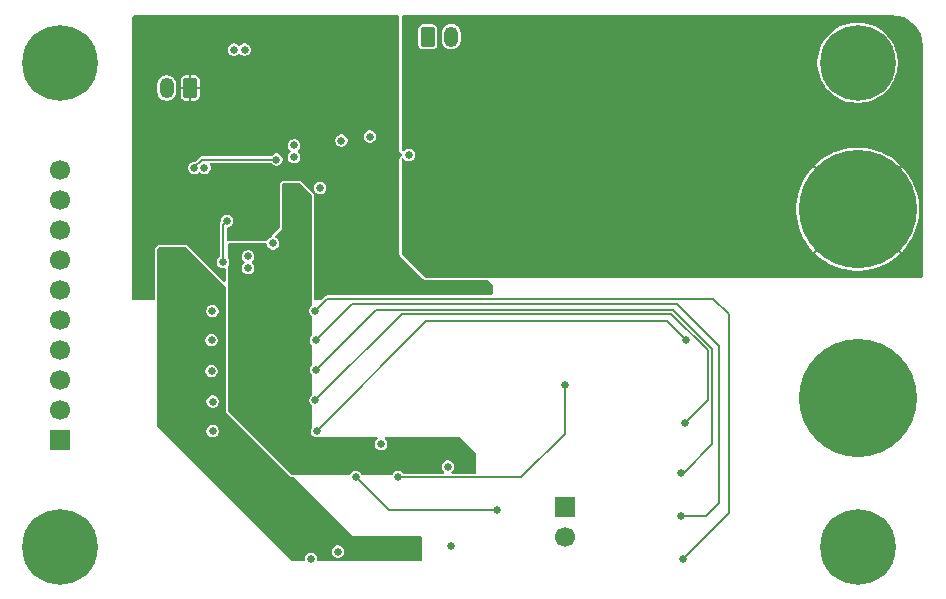
<source format=gbr>
%TF.GenerationSoftware,KiCad,Pcbnew,9.0.6*%
%TF.CreationDate,2026-02-07T23:32:21+00:00*%
%TF.ProjectId,vccs,76636373-2e6b-4696-9361-645f70636258,rev?*%
%TF.SameCoordinates,Original*%
%TF.FileFunction,Copper,L3,Inr*%
%TF.FilePolarity,Positive*%
%FSLAX46Y46*%
G04 Gerber Fmt 4.6, Leading zero omitted, Abs format (unit mm)*
G04 Created by KiCad (PCBNEW 9.0.6) date 2026-02-07 23:32:21*
%MOMM*%
%LPD*%
G01*
G04 APERTURE LIST*
G04 Aperture macros list*
%AMRoundRect*
0 Rectangle with rounded corners*
0 $1 Rounding radius*
0 $2 $3 $4 $5 $6 $7 $8 $9 X,Y pos of 4 corners*
0 Add a 4 corners polygon primitive as box body*
4,1,4,$2,$3,$4,$5,$6,$7,$8,$9,$2,$3,0*
0 Add four circle primitives for the rounded corners*
1,1,$1+$1,$2,$3*
1,1,$1+$1,$4,$5*
1,1,$1+$1,$6,$7*
1,1,$1+$1,$8,$9*
0 Add four rect primitives between the rounded corners*
20,1,$1+$1,$2,$3,$4,$5,0*
20,1,$1+$1,$4,$5,$6,$7,0*
20,1,$1+$1,$6,$7,$8,$9,0*
20,1,$1+$1,$8,$9,$2,$3,0*%
G04 Aperture macros list end*
%TA.AperFunction,ComponentPad*%
%ADD10C,0.800000*%
%TD*%
%TA.AperFunction,ComponentPad*%
%ADD11C,6.400000*%
%TD*%
%TA.AperFunction,ComponentPad*%
%ADD12C,10.000000*%
%TD*%
%TA.AperFunction,ComponentPad*%
%ADD13RoundRect,0.250000X-0.350000X-0.625000X0.350000X-0.625000X0.350000X0.625000X-0.350000X0.625000X0*%
%TD*%
%TA.AperFunction,ComponentPad*%
%ADD14O,1.200000X1.750000*%
%TD*%
%TA.AperFunction,ComponentPad*%
%ADD15RoundRect,0.250000X0.350000X0.625000X-0.350000X0.625000X-0.350000X-0.625000X0.350000X-0.625000X0*%
%TD*%
%TA.AperFunction,ComponentPad*%
%ADD16R,1.700000X1.700000*%
%TD*%
%TA.AperFunction,ComponentPad*%
%ADD17C,1.700000*%
%TD*%
%TA.AperFunction,ViaPad*%
%ADD18C,0.650000*%
%TD*%
%TA.AperFunction,Conductor*%
%ADD19C,0.200000*%
%TD*%
G04 APERTURE END LIST*
D10*
%TO.N,unconnected-(H2-Pad1)_8*%
%TO.C,H2*%
X147400000Y-58500000D03*
%TO.N,unconnected-(H2-Pad1)_7*%
X146697056Y-60197056D03*
%TO.N,unconnected-(H2-Pad1)_6*%
X146697056Y-56802944D03*
%TO.N,unconnected-(H2-Pad1)_5*%
X145000000Y-60900000D03*
D11*
%TO.N,unconnected-(H2-Pad1)_4*%
X145000000Y-58500000D03*
D10*
%TO.N,unconnected-(H2-Pad1)_3*%
X145000000Y-56100000D03*
%TO.N,unconnected-(H2-Pad1)_2*%
X143302944Y-60197056D03*
%TO.N,unconnected-(H2-Pad1)_1*%
X143302944Y-56802944D03*
%TO.N,unconnected-(H2-Pad1)*%
X142600000Y-58500000D03*
%TD*%
%TO.N,unconnected-(H1-Pad1)_8*%
%TO.C,H1*%
X79900000Y-58500000D03*
%TO.N,unconnected-(H1-Pad1)_7*%
X79197056Y-60197056D03*
%TO.N,unconnected-(H1-Pad1)_6*%
X79197056Y-56802944D03*
%TO.N,unconnected-(H1-Pad1)_5*%
X77500000Y-60900000D03*
D11*
%TO.N,unconnected-(H1-Pad1)_4*%
X77500000Y-58500000D03*
D10*
%TO.N,unconnected-(H1-Pad1)_3*%
X77500000Y-56100000D03*
%TO.N,unconnected-(H1-Pad1)_2*%
X75802944Y-60197056D03*
%TO.N,unconnected-(H1-Pad1)_1*%
X75802944Y-56802944D03*
%TO.N,unconnected-(H1-Pad1)*%
X75100000Y-58500000D03*
%TD*%
D12*
%TO.N,/sink/SINK_IN*%
%TO.C,J1*%
X145000000Y-70900000D03*
%TD*%
%TO.N,GND*%
%TO.C,J2*%
X145000000Y-86900000D03*
%TD*%
D10*
%TO.N,unconnected-(H3-Pad1)*%
%TO.C,H3*%
X75100000Y-99500000D03*
%TO.N,unconnected-(H3-Pad1)_1*%
X75802944Y-97802944D03*
%TO.N,unconnected-(H3-Pad1)_2*%
X75802944Y-101197056D03*
%TO.N,unconnected-(H3-Pad1)_3*%
X77500000Y-97100000D03*
D11*
%TO.N,unconnected-(H3-Pad1)_4*%
X77500000Y-99500000D03*
D10*
%TO.N,unconnected-(H3-Pad1)_5*%
X77500000Y-101900000D03*
%TO.N,unconnected-(H3-Pad1)_6*%
X79197056Y-97802944D03*
%TO.N,unconnected-(H3-Pad1)_7*%
X79197056Y-101197056D03*
%TO.N,unconnected-(H3-Pad1)_8*%
X79900000Y-99500000D03*
%TD*%
D13*
%TO.N,+5V*%
%TO.C,J3*%
X108599999Y-56300000D03*
D14*
%TO.N,Net-(D1-A)*%
X110600000Y-56300000D03*
%TD*%
D15*
%TO.N,+5V*%
%TO.C,J5*%
X88500000Y-60650000D03*
D14*
%TO.N,GND*%
X86499999Y-60650000D03*
%TD*%
D16*
%TO.N,/VCONTROL*%
%TO.C,J6*%
X77485000Y-90480000D03*
D17*
%TO.N,GND*%
X77485000Y-87940000D03*
%TO.N,/SINK_SELECT0*%
X77485000Y-85400001D03*
%TO.N,/SINK_SELECT1*%
X77485000Y-82860000D03*
%TO.N,/SINK_SELECT2*%
X77485000Y-80320000D03*
%TO.N,/SINK_SELECT3*%
X77485000Y-77780000D03*
%TO.N,/SINK_SELECT4*%
X77485000Y-75240000D03*
%TO.N,/FAN_EN*%
X77485000Y-72699999D03*
%TO.N,GND*%
X77485000Y-70160000D03*
%TO.N,+5V*%
X77485000Y-67620000D03*
%TD*%
D16*
%TO.N,/sink/ISENSE*%
%TO.C,J7*%
X120200000Y-96125000D03*
D17*
%TO.N,GND*%
X120200000Y-98665000D03*
%TD*%
D10*
%TO.N,unconnected-(H4-Pad1)*%
%TO.C,H4*%
X142600000Y-99500000D03*
%TO.N,unconnected-(H4-Pad1)_1*%
X143302944Y-97802944D03*
%TO.N,unconnected-(H4-Pad1)_2*%
X143302944Y-101197056D03*
%TO.N,unconnected-(H4-Pad1)_3*%
X145000000Y-97100000D03*
D11*
%TO.N,unconnected-(H4-Pad1)_4*%
X145000000Y-99500000D03*
D10*
%TO.N,unconnected-(H4-Pad1)_5*%
X145000000Y-101900000D03*
%TO.N,unconnected-(H4-Pad1)_6*%
X146697056Y-97802944D03*
%TO.N,unconnected-(H4-Pad1)_7*%
X146697056Y-101197056D03*
%TO.N,unconnected-(H4-Pad1)_8*%
X147400000Y-99500000D03*
%TD*%
D18*
%TO.N,Net-(C1-Pad1)*%
X106100000Y-93600000D03*
X120200000Y-85800000D03*
%TO.N,GND*%
X93100000Y-57400000D03*
X93400000Y-75900000D03*
X92200000Y-57400000D03*
X99500000Y-69100000D03*
X104672501Y-90800000D03*
X103700000Y-64750001D03*
X110600000Y-99400000D03*
X97300000Y-65500000D03*
X98725000Y-100525000D03*
X101000000Y-99900000D03*
X110300000Y-92700000D03*
X93400000Y-74900000D03*
X97300000Y-66500000D03*
%TO.N,+2V5*%
X97300000Y-69600000D03*
X97300000Y-70600000D03*
X111900000Y-92700000D03*
%TO.N,-2V5*%
X106400000Y-99400000D03*
X87000000Y-75900000D03*
X87000000Y-74900000D03*
%TO.N,/sink/SINK_IN*%
X149500000Y-67000000D03*
X129250000Y-55000000D03*
X135000000Y-72250000D03*
X123500000Y-55000000D03*
X128500000Y-71750000D03*
X135000000Y-70250000D03*
X124500000Y-62000000D03*
X122500000Y-71750000D03*
X135000000Y-66250000D03*
X123500000Y-63000000D03*
X128500000Y-64000000D03*
X135000000Y-55000000D03*
X127500000Y-55000000D03*
X122500000Y-64000000D03*
X126500000Y-62000000D03*
X116500000Y-72500000D03*
X136000000Y-71250000D03*
X136000000Y-67250000D03*
X113750000Y-61250001D03*
X124500000Y-71750000D03*
X133250000Y-55000000D03*
X149500000Y-57250000D03*
X115500000Y-69500000D03*
X125500000Y-63000000D03*
X113750000Y-65000000D03*
X117750000Y-55000000D03*
X121500000Y-55000000D03*
X139000000Y-55000000D03*
X141000000Y-55000000D03*
X115500000Y-67500000D03*
X126500000Y-64000000D03*
X113750000Y-59250000D03*
X124500000Y-64000000D03*
X149500000Y-61250000D03*
X116500000Y-66500000D03*
X115750000Y-55000000D03*
X113750000Y-75250000D03*
X149500000Y-63000000D03*
X113750000Y-71000000D03*
X149500000Y-64999999D03*
X113750000Y-73250001D03*
X119750000Y-55000000D03*
X136000000Y-69250000D03*
X113750000Y-69000000D03*
X113750000Y-63250000D03*
X135000000Y-68250001D03*
X115500000Y-71500000D03*
X131250000Y-55000000D03*
X122500000Y-62000000D03*
X128500000Y-62000000D03*
X116500000Y-68500000D03*
X126500000Y-71750000D03*
X127500000Y-63000000D03*
X113750000Y-55000000D03*
X125500000Y-55000000D03*
X137000000Y-55000000D03*
X113750000Y-67000001D03*
X116500000Y-70499999D03*
X149500000Y-59249999D03*
%TO.N,/SINK_SELECT0*%
X90400000Y-89700000D03*
X99225000Y-89700000D03*
X130500000Y-82005000D03*
%TO.N,/SINK_SELECT1*%
X90400000Y-87200000D03*
X130385001Y-89000000D03*
X99100000Y-87100000D03*
%TO.N,/SINK_SELECT2*%
X130085001Y-93200000D03*
X90300000Y-84600000D03*
X99125000Y-84500000D03*
%TO.N,/SINK_SELECT3*%
X90300000Y-82000000D03*
X99125000Y-82000000D03*
X130085001Y-96900000D03*
%TO.N,/SINK_SELECT4*%
X90380000Y-79520000D03*
X130185001Y-100500000D03*
X99100000Y-79500000D03*
%TO.N,+5V*%
X94800000Y-72200000D03*
X99700000Y-76300000D03*
X113300000Y-77800000D03*
X91600000Y-67400000D03*
X101300000Y-69000000D03*
%TO.N,/power/PGOOD*%
X89700000Y-67400000D03*
X95500000Y-73800000D03*
%TO.N,Net-(U3-FB-)*%
X91600000Y-71900000D03*
X91290000Y-75390000D03*
%TO.N,Net-(U3-FB+)*%
X88849997Y-67400000D03*
X95800000Y-66700000D03*
%TO.N,Net-(U1B--)*%
X102500000Y-93575000D03*
X114475000Y-96375000D03*
%TO.N,/FAN_EN*%
X101300000Y-65100000D03*
X107000000Y-66300000D03*
%TD*%
D19*
%TO.N,/SINK_SELECT1*%
X106400000Y-79800000D02*
X99100000Y-87100000D01*
X132299000Y-87086000D02*
X132299000Y-82866100D01*
X132299000Y-82866100D02*
X129232900Y-79800000D01*
X129232900Y-79800000D02*
X106400000Y-79800000D01*
X130385001Y-89000000D02*
X132299000Y-87086000D01*
%TO.N,Net-(C1-Pad1)*%
X120200000Y-89900000D02*
X116500000Y-93600000D01*
X116500000Y-93600000D02*
X106100000Y-93600000D01*
X120200000Y-85800000D02*
X120200000Y-89900000D01*
%TO.N,/SINK_SELECT0*%
X99225000Y-89675000D02*
X108500000Y-80400000D01*
X99225000Y-89700000D02*
X99225000Y-89675000D01*
X130500000Y-82000000D02*
X130500000Y-82005000D01*
X108500000Y-80400000D02*
X128900000Y-80400000D01*
X128900000Y-80400000D02*
X130500000Y-82000000D01*
%TO.N,/SINK_SELECT2*%
X129400000Y-79400000D02*
X132700000Y-82700000D01*
X130300000Y-93200000D02*
X130085001Y-93200000D01*
X99125000Y-84500000D02*
X104225000Y-79400000D01*
X104225000Y-79400000D02*
X129400000Y-79400000D01*
X132700000Y-82700000D02*
X132700000Y-90800000D01*
X132700000Y-90800000D02*
X130300000Y-93200000D01*
%TO.N,/SINK_SELECT3*%
X133300000Y-82500000D02*
X133300000Y-95800000D01*
X132200000Y-96900000D02*
X130085001Y-96900000D01*
X102225000Y-78900000D02*
X129700000Y-78900000D01*
X129700000Y-78900000D02*
X133300000Y-82500000D01*
X99125000Y-82000000D02*
X102225000Y-78900000D01*
X133300000Y-95800000D02*
X132200000Y-96900000D01*
%TO.N,/SINK_SELECT4*%
X132800000Y-78500000D02*
X100100000Y-78500000D01*
X130185001Y-100500000D02*
X134100000Y-96585002D01*
X100100000Y-78500000D02*
X99100000Y-79500000D01*
X134100000Y-79800000D02*
X132800000Y-78500000D01*
X134100000Y-96585002D02*
X134100000Y-79800000D01*
%TO.N,Net-(U3-FB-)*%
X91290000Y-72210000D02*
X91290000Y-75390000D01*
X91600000Y-71900000D02*
X91290000Y-72210000D01*
%TO.N,Net-(U3-FB+)*%
X88849997Y-67400000D02*
X88849997Y-67364705D01*
X88849997Y-67364705D02*
X89514702Y-66700000D01*
X89514702Y-66700000D02*
X95800000Y-66700000D01*
%TO.N,Net-(U1B--)*%
X105300000Y-96375000D02*
X102500000Y-93575000D01*
X114475000Y-96375000D02*
X105300000Y-96375000D01*
%TD*%
%TA.AperFunction,Conductor*%
%TO.N,+2V5*%
G36*
X97817183Y-68718907D02*
G01*
X97828996Y-68728996D01*
X98771004Y-69671004D01*
X98798781Y-69725521D01*
X98800000Y-69741008D01*
X98800000Y-79015822D01*
X98781093Y-79074013D01*
X98771004Y-79085825D01*
X98679497Y-79177332D01*
X98679495Y-79177334D01*
X98679495Y-79177335D01*
X98610312Y-79297164D01*
X98574500Y-79430817D01*
X98574500Y-79569183D01*
X98610312Y-79702836D01*
X98679495Y-79822665D01*
X98771005Y-79914175D01*
X98798781Y-79968690D01*
X98800000Y-79984177D01*
X98800000Y-81540822D01*
X98781093Y-81599013D01*
X98771004Y-81610825D01*
X98704497Y-81677332D01*
X98704495Y-81677334D01*
X98704495Y-81677335D01*
X98635312Y-81797164D01*
X98599500Y-81930817D01*
X98599500Y-82069183D01*
X98635312Y-82202836D01*
X98704495Y-82322665D01*
X98771005Y-82389175D01*
X98798781Y-82443690D01*
X98800000Y-82459177D01*
X98800000Y-84040822D01*
X98781093Y-84099013D01*
X98771004Y-84110825D01*
X98704497Y-84177332D01*
X98704495Y-84177334D01*
X98704495Y-84177335D01*
X98635312Y-84297164D01*
X98599500Y-84430817D01*
X98599500Y-84569183D01*
X98635312Y-84702836D01*
X98704495Y-84822665D01*
X98771005Y-84889175D01*
X98798781Y-84943690D01*
X98800000Y-84959177D01*
X98800000Y-86615822D01*
X98781093Y-86674013D01*
X98771004Y-86685825D01*
X98679497Y-86777332D01*
X98679495Y-86777334D01*
X98679495Y-86777335D01*
X98610312Y-86897164D01*
X98574500Y-87030817D01*
X98574500Y-87169183D01*
X98610312Y-87302836D01*
X98679495Y-87422665D01*
X98771005Y-87514175D01*
X98798781Y-87568690D01*
X98800000Y-87584177D01*
X98800000Y-89358592D01*
X98786737Y-89408091D01*
X98735312Y-89497162D01*
X98711437Y-89586266D01*
X98699500Y-89630817D01*
X98699500Y-89769183D01*
X98735312Y-89902836D01*
X98804495Y-90022665D01*
X98902335Y-90120505D01*
X99022164Y-90189688D01*
X99155817Y-90225500D01*
X99155819Y-90225500D01*
X99294181Y-90225500D01*
X99294183Y-90225500D01*
X99376763Y-90203372D01*
X99402385Y-90200000D01*
X104292114Y-90200000D01*
X104350305Y-90218907D01*
X104386269Y-90268407D01*
X104386269Y-90329593D01*
X104354318Y-90374800D01*
X104354425Y-90374907D01*
X104353805Y-90375526D01*
X104352381Y-90377542D01*
X104349841Y-90379490D01*
X104349836Y-90379495D01*
X104251996Y-90477335D01*
X104182813Y-90597164D01*
X104147001Y-90730817D01*
X104147001Y-90869183D01*
X104182813Y-91002836D01*
X104251996Y-91122665D01*
X104349836Y-91220505D01*
X104469665Y-91289688D01*
X104603318Y-91325500D01*
X104603320Y-91325500D01*
X104741682Y-91325500D01*
X104741684Y-91325500D01*
X104875337Y-91289688D01*
X104995166Y-91220505D01*
X105093006Y-91122665D01*
X105162189Y-91002836D01*
X105198001Y-90869183D01*
X105198001Y-90730817D01*
X105162189Y-90597164D01*
X105093006Y-90477335D01*
X104995166Y-90379495D01*
X104995163Y-90379493D01*
X104995160Y-90379490D01*
X104992621Y-90377542D01*
X104991322Y-90375652D01*
X104990577Y-90374907D01*
X104990715Y-90374768D01*
X104957965Y-90327118D01*
X104959566Y-90265953D01*
X104996813Y-90217412D01*
X105052888Y-90200000D01*
X111258992Y-90200000D01*
X111317183Y-90218907D01*
X111328996Y-90228996D01*
X112671004Y-91571004D01*
X112698781Y-91625521D01*
X112700000Y-91641008D01*
X112700000Y-93200500D01*
X112681093Y-93258691D01*
X112631593Y-93294655D01*
X112601000Y-93299500D01*
X110681038Y-93299500D01*
X110622847Y-93280593D01*
X110586883Y-93231093D01*
X110586883Y-93169907D01*
X110618357Y-93125374D01*
X110618076Y-93125093D01*
X110619713Y-93123455D01*
X110620774Y-93121955D01*
X110622655Y-93120510D01*
X110622665Y-93120505D01*
X110720505Y-93022665D01*
X110789688Y-92902836D01*
X110825500Y-92769183D01*
X110825500Y-92630817D01*
X110789688Y-92497164D01*
X110720505Y-92377335D01*
X110622665Y-92279495D01*
X110502836Y-92210312D01*
X110369183Y-92174500D01*
X110230817Y-92174500D01*
X110097164Y-92210312D01*
X109977335Y-92279495D01*
X109879495Y-92377335D01*
X109810312Y-92497164D01*
X109774500Y-92630817D01*
X109774500Y-92769183D01*
X109810312Y-92902836D01*
X109879495Y-93022665D01*
X109977335Y-93120505D01*
X109977340Y-93120508D01*
X109979226Y-93121955D01*
X109980193Y-93123362D01*
X109981924Y-93125093D01*
X109981603Y-93125413D01*
X110013884Y-93172378D01*
X110012285Y-93233543D01*
X109975040Y-93282086D01*
X109918962Y-93299500D01*
X106583677Y-93299500D01*
X106525486Y-93280593D01*
X106513679Y-93270509D01*
X106422665Y-93179495D01*
X106302836Y-93110312D01*
X106169183Y-93074500D01*
X106030817Y-93074500D01*
X105897164Y-93110312D01*
X105777335Y-93179495D01*
X105679493Y-93277337D01*
X105637253Y-93350500D01*
X105591784Y-93391441D01*
X105551517Y-93400000D01*
X103062917Y-93400000D01*
X103004726Y-93381093D01*
X102977181Y-93350500D01*
X102920506Y-93252337D01*
X102920505Y-93252335D01*
X102822665Y-93154495D01*
X102702836Y-93085312D01*
X102569183Y-93049500D01*
X102430817Y-93049500D01*
X102297164Y-93085312D01*
X102177335Y-93154495D01*
X102079493Y-93252337D01*
X102022819Y-93350500D01*
X101977350Y-93391441D01*
X101937083Y-93400000D01*
X97141008Y-93400000D01*
X97082817Y-93381093D01*
X97071004Y-93371004D01*
X91728996Y-88028996D01*
X91701219Y-87974479D01*
X91700000Y-87958992D01*
X91700000Y-75757386D01*
X91713264Y-75707886D01*
X91779686Y-75592839D01*
X91779688Y-75592836D01*
X91815500Y-75459183D01*
X91815500Y-75320817D01*
X91779688Y-75187164D01*
X91713262Y-75072111D01*
X91700000Y-75022613D01*
X91700000Y-74830817D01*
X92874500Y-74830817D01*
X92874500Y-74969183D01*
X92910312Y-75102836D01*
X92979495Y-75222665D01*
X93077335Y-75320505D01*
X93077337Y-75320506D01*
X93077338Y-75320507D01*
X93078576Y-75321457D01*
X93079209Y-75322378D01*
X93081924Y-75325093D01*
X93081420Y-75325596D01*
X93113233Y-75371880D01*
X93111632Y-75433045D01*
X93081514Y-75474497D01*
X93081924Y-75474907D01*
X93079341Y-75477489D01*
X93078576Y-75478543D01*
X93077338Y-75479492D01*
X93077335Y-75479495D01*
X92979495Y-75577335D01*
X92910312Y-75697164D01*
X92874500Y-75830817D01*
X92874500Y-75969183D01*
X92910312Y-76102836D01*
X92979495Y-76222665D01*
X93077335Y-76320505D01*
X93197164Y-76389688D01*
X93330817Y-76425500D01*
X93330819Y-76425500D01*
X93469181Y-76425500D01*
X93469183Y-76425500D01*
X93602836Y-76389688D01*
X93722665Y-76320505D01*
X93820505Y-76222665D01*
X93889688Y-76102836D01*
X93925500Y-75969183D01*
X93925500Y-75830817D01*
X93889688Y-75697164D01*
X93820505Y-75577335D01*
X93722665Y-75479495D01*
X93722659Y-75479491D01*
X93721429Y-75478548D01*
X93720795Y-75477626D01*
X93718076Y-75474907D01*
X93718579Y-75474403D01*
X93686769Y-75428127D01*
X93688364Y-75366962D01*
X93718485Y-75325502D01*
X93718076Y-75325093D01*
X93720663Y-75322505D01*
X93721429Y-75321452D01*
X93722654Y-75320511D01*
X93722665Y-75320505D01*
X93820505Y-75222665D01*
X93889688Y-75102836D01*
X93925500Y-74969183D01*
X93925500Y-74830817D01*
X93889688Y-74697164D01*
X93820505Y-74577335D01*
X93722665Y-74479495D01*
X93602836Y-74410312D01*
X93469183Y-74374500D01*
X93330817Y-74374500D01*
X93197164Y-74410312D01*
X93077335Y-74479495D01*
X92979495Y-74577335D01*
X92910312Y-74697164D01*
X92874500Y-74830817D01*
X91700000Y-74830817D01*
X91700000Y-73899000D01*
X91718907Y-73840809D01*
X91768407Y-73804845D01*
X91799000Y-73800000D01*
X94879997Y-73800000D01*
X94938188Y-73818907D01*
X94974152Y-73868407D01*
X94975621Y-73873368D01*
X95010312Y-74002836D01*
X95079495Y-74122665D01*
X95177335Y-74220505D01*
X95297164Y-74289688D01*
X95430817Y-74325500D01*
X95430819Y-74325500D01*
X95569181Y-74325500D01*
X95569183Y-74325500D01*
X95702836Y-74289688D01*
X95822665Y-74220505D01*
X95920505Y-74122665D01*
X95989688Y-74002836D01*
X96025500Y-73869183D01*
X96025500Y-73730817D01*
X95989688Y-73597164D01*
X95920505Y-73477335D01*
X95822665Y-73379495D01*
X95702836Y-73310312D01*
X95702835Y-73310311D01*
X95702832Y-73310310D01*
X95696841Y-73307829D01*
X95697919Y-73305226D01*
X95656483Y-73278306D01*
X95634568Y-73221180D01*
X95650415Y-73162082D01*
X95668998Y-73140858D01*
X96300000Y-72600000D01*
X96300000Y-68799000D01*
X96318907Y-68740809D01*
X96368407Y-68704845D01*
X96399000Y-68700000D01*
X97758992Y-68700000D01*
X97817183Y-68718907D01*
G37*
%TD.AperFunction*%
%TD*%
%TA.AperFunction,Conductor*%
%TO.N,-2V5*%
G36*
X88117183Y-74118907D02*
G01*
X88128996Y-74128996D01*
X91465504Y-77465504D01*
X91493281Y-77520021D01*
X91494500Y-77535508D01*
X91494500Y-87958992D01*
X91494943Y-87970279D01*
X91495134Y-87975123D01*
X91496353Y-87990602D01*
X91496354Y-87990607D01*
X91518115Y-88067769D01*
X91518117Y-88067775D01*
X91545894Y-88122291D01*
X91583681Y-88174300D01*
X91583683Y-88174302D01*
X91583686Y-88174306D01*
X96925694Y-93516314D01*
X96925707Y-93516326D01*
X96925714Y-93516333D01*
X96937534Y-93527260D01*
X96937544Y-93527269D01*
X96949357Y-93537358D01*
X97019315Y-93576536D01*
X97077506Y-93595443D01*
X97090206Y-93597454D01*
X97141004Y-93605500D01*
X97264492Y-93605500D01*
X97322683Y-93624407D01*
X97334496Y-93634496D01*
X102300000Y-98600000D01*
X108001000Y-98600000D01*
X108059191Y-98618907D01*
X108095155Y-98668407D01*
X108100000Y-98699000D01*
X108100000Y-100601000D01*
X108081093Y-100659191D01*
X108031593Y-100695155D01*
X108001000Y-100700000D01*
X99349457Y-100700000D01*
X99291266Y-100681093D01*
X99255302Y-100631593D01*
X99252453Y-100600672D01*
X99250500Y-100600672D01*
X99250500Y-100455818D01*
X99250500Y-100455817D01*
X99214688Y-100322164D01*
X99145505Y-100202335D01*
X99047665Y-100104495D01*
X98927836Y-100035312D01*
X98794183Y-99999500D01*
X98655817Y-99999500D01*
X98522164Y-100035312D01*
X98402335Y-100104495D01*
X98304495Y-100202335D01*
X98235312Y-100322164D01*
X98207624Y-100425500D01*
X98199500Y-100455818D01*
X98199500Y-100600672D01*
X98196372Y-100600672D01*
X98187520Y-100648286D01*
X98143115Y-100690379D01*
X98100543Y-100700000D01*
X97141008Y-100700000D01*
X97082817Y-100681093D01*
X97071004Y-100671004D01*
X96230817Y-99830817D01*
X100474500Y-99830817D01*
X100474500Y-99969183D01*
X100510312Y-100102836D01*
X100579495Y-100222665D01*
X100677335Y-100320505D01*
X100797164Y-100389688D01*
X100930817Y-100425500D01*
X100930819Y-100425500D01*
X101069181Y-100425500D01*
X101069183Y-100425500D01*
X101202836Y-100389688D01*
X101322665Y-100320505D01*
X101420505Y-100222665D01*
X101489688Y-100102836D01*
X101525500Y-99969183D01*
X101525500Y-99830817D01*
X101489688Y-99697164D01*
X101420505Y-99577335D01*
X101322665Y-99479495D01*
X101202836Y-99410312D01*
X101069183Y-99374500D01*
X100930817Y-99374500D01*
X100797164Y-99410312D01*
X100677335Y-99479495D01*
X100579495Y-99577335D01*
X100510312Y-99697164D01*
X100474500Y-99830817D01*
X96230817Y-99830817D01*
X86030817Y-89630817D01*
X89874500Y-89630817D01*
X89874500Y-89769183D01*
X89910312Y-89902836D01*
X89979495Y-90022665D01*
X90077335Y-90120505D01*
X90197164Y-90189688D01*
X90330817Y-90225500D01*
X90330819Y-90225500D01*
X90469181Y-90225500D01*
X90469183Y-90225500D01*
X90602836Y-90189688D01*
X90722665Y-90120505D01*
X90820505Y-90022665D01*
X90889688Y-89902836D01*
X90925500Y-89769183D01*
X90925500Y-89630817D01*
X90889688Y-89497164D01*
X90820505Y-89377335D01*
X90722665Y-89279495D01*
X90602836Y-89210312D01*
X90469183Y-89174500D01*
X90330817Y-89174500D01*
X90197164Y-89210312D01*
X90077335Y-89279495D01*
X89979495Y-89377335D01*
X89910312Y-89497164D01*
X89874500Y-89630817D01*
X86030817Y-89630817D01*
X85728996Y-89328996D01*
X85701219Y-89274479D01*
X85700000Y-89258992D01*
X85700000Y-87130817D01*
X89874500Y-87130817D01*
X89874500Y-87269183D01*
X89910312Y-87402836D01*
X89979495Y-87522665D01*
X90077335Y-87620505D01*
X90197164Y-87689688D01*
X90330817Y-87725500D01*
X90330819Y-87725500D01*
X90469181Y-87725500D01*
X90469183Y-87725500D01*
X90602836Y-87689688D01*
X90722665Y-87620505D01*
X90820505Y-87522665D01*
X90889688Y-87402836D01*
X90925500Y-87269183D01*
X90925500Y-87130817D01*
X90889688Y-86997164D01*
X90820505Y-86877335D01*
X90722665Y-86779495D01*
X90602836Y-86710312D01*
X90469183Y-86674500D01*
X90330817Y-86674500D01*
X90197164Y-86710312D01*
X90077335Y-86779495D01*
X89979495Y-86877335D01*
X89910312Y-86997164D01*
X89874500Y-87130817D01*
X85700000Y-87130817D01*
X85700000Y-84530817D01*
X89774500Y-84530817D01*
X89774500Y-84669183D01*
X89810312Y-84802836D01*
X89879495Y-84922665D01*
X89977335Y-85020505D01*
X90097164Y-85089688D01*
X90230817Y-85125500D01*
X90230819Y-85125500D01*
X90369181Y-85125500D01*
X90369183Y-85125500D01*
X90502836Y-85089688D01*
X90622665Y-85020505D01*
X90720505Y-84922665D01*
X90789688Y-84802836D01*
X90825500Y-84669183D01*
X90825500Y-84530817D01*
X90789688Y-84397164D01*
X90720505Y-84277335D01*
X90622665Y-84179495D01*
X90502836Y-84110312D01*
X90369183Y-84074500D01*
X90230817Y-84074500D01*
X90097164Y-84110312D01*
X89977335Y-84179495D01*
X89879495Y-84277335D01*
X89810312Y-84397164D01*
X89774500Y-84530817D01*
X85700000Y-84530817D01*
X85700000Y-81930817D01*
X89774500Y-81930817D01*
X89774500Y-82069183D01*
X89810312Y-82202836D01*
X89879495Y-82322665D01*
X89977335Y-82420505D01*
X90097164Y-82489688D01*
X90230817Y-82525500D01*
X90230819Y-82525500D01*
X90369181Y-82525500D01*
X90369183Y-82525500D01*
X90502836Y-82489688D01*
X90622665Y-82420505D01*
X90720505Y-82322665D01*
X90789688Y-82202836D01*
X90825500Y-82069183D01*
X90825500Y-81930817D01*
X90789688Y-81797164D01*
X90720505Y-81677335D01*
X90622665Y-81579495D01*
X90502836Y-81510312D01*
X90369183Y-81474500D01*
X90230817Y-81474500D01*
X90097164Y-81510312D01*
X89977335Y-81579495D01*
X89879495Y-81677335D01*
X89810312Y-81797164D01*
X89774500Y-81930817D01*
X85700000Y-81930817D01*
X85700000Y-79450817D01*
X89854500Y-79450817D01*
X89854500Y-79589183D01*
X89890312Y-79722836D01*
X89959495Y-79842665D01*
X90057335Y-79940505D01*
X90177164Y-80009688D01*
X90310817Y-80045500D01*
X90310819Y-80045500D01*
X90449181Y-80045500D01*
X90449183Y-80045500D01*
X90582836Y-80009688D01*
X90702665Y-79940505D01*
X90800505Y-79842665D01*
X90869688Y-79722836D01*
X90905500Y-79589183D01*
X90905500Y-79450817D01*
X90869688Y-79317164D01*
X90800505Y-79197335D01*
X90702665Y-79099495D01*
X90582836Y-79030312D01*
X90449183Y-78994500D01*
X90310817Y-78994500D01*
X90177164Y-79030312D01*
X90057335Y-79099495D01*
X89959495Y-79197335D01*
X89890312Y-79317164D01*
X89854500Y-79450817D01*
X85700000Y-79450817D01*
X85700000Y-74341008D01*
X85718907Y-74282817D01*
X85728996Y-74271004D01*
X85871004Y-74128996D01*
X85925521Y-74101219D01*
X85941008Y-74100000D01*
X88058992Y-74100000D01*
X88117183Y-74118907D01*
G37*
%TD.AperFunction*%
%TD*%
%TA.AperFunction,Conductor*%
%TO.N,+5V*%
G36*
X106153691Y-54519407D02*
G01*
X106189655Y-54568907D01*
X106194500Y-54599500D01*
X106194500Y-55633370D01*
X106194500Y-58343036D01*
X106194500Y-65919613D01*
X106203744Y-65980553D01*
X106221156Y-66036627D01*
X106221158Y-66036634D01*
X106233961Y-66068295D01*
X106233963Y-66068299D01*
X106292307Y-66138718D01*
X106292308Y-66138719D01*
X106292311Y-66138722D01*
X106317868Y-66158332D01*
X106340847Y-66175966D01*
X106353983Y-66184288D01*
X106365934Y-66198712D01*
X106381093Y-66209726D01*
X106384985Y-66221705D01*
X106393020Y-66231403D01*
X106400000Y-66267917D01*
X106400000Y-66332602D01*
X106381093Y-66390793D01*
X106352106Y-66416698D01*
X106352115Y-66416711D01*
X106351995Y-66416797D01*
X106349866Y-66418701D01*
X106347626Y-66419971D01*
X106332698Y-66430817D01*
X106304208Y-66451517D01*
X106298116Y-66455943D01*
X106270372Y-66480183D01*
X106223464Y-66558693D01*
X106223462Y-66558696D01*
X106204556Y-66616885D01*
X106194500Y-66680382D01*
X106194500Y-66680386D01*
X106194500Y-70681925D01*
X106194500Y-74658992D01*
X106195134Y-74675117D01*
X106196353Y-74690604D01*
X106218116Y-74767772D01*
X106221296Y-74774014D01*
X106223464Y-74780685D01*
X106237944Y-74814562D01*
X106251803Y-74830425D01*
X106283686Y-74874306D01*
X108225694Y-76816314D01*
X108237544Y-76827269D01*
X108249357Y-76837358D01*
X108319315Y-76876536D01*
X108377506Y-76895443D01*
X108389560Y-76897352D01*
X108441004Y-76905500D01*
X113664492Y-76905500D01*
X113722683Y-76924407D01*
X113734496Y-76934496D01*
X114071004Y-77271004D01*
X114098781Y-77325521D01*
X114100000Y-77341008D01*
X114100000Y-78058992D01*
X114097531Y-78066589D01*
X114098781Y-78074479D01*
X114088256Y-78095134D01*
X114081093Y-78117183D01*
X114071004Y-78128996D01*
X114029496Y-78170504D01*
X113974979Y-78198281D01*
X113959492Y-78199500D01*
X100139562Y-78199500D01*
X100060438Y-78199500D01*
X100013661Y-78212033D01*
X99984007Y-78219979D01*
X99915493Y-78259536D01*
X99915488Y-78259540D01*
X99604024Y-78571004D01*
X99549508Y-78598781D01*
X99534021Y-78600000D01*
X99104500Y-78600000D01*
X99046309Y-78581093D01*
X99010345Y-78531593D01*
X99005500Y-78501000D01*
X99005500Y-69741021D01*
X99005500Y-69741008D01*
X99004866Y-69724883D01*
X99003647Y-69709396D01*
X98981884Y-69632228D01*
X98954107Y-69577711D01*
X98916314Y-69525694D01*
X98421437Y-69030817D01*
X98974500Y-69030817D01*
X98974500Y-69169183D01*
X99010312Y-69302836D01*
X99079495Y-69422665D01*
X99177335Y-69520505D01*
X99297164Y-69589688D01*
X99430817Y-69625500D01*
X99430819Y-69625500D01*
X99569181Y-69625500D01*
X99569183Y-69625500D01*
X99702836Y-69589688D01*
X99822665Y-69520505D01*
X99920505Y-69422665D01*
X99989688Y-69302836D01*
X100025500Y-69169183D01*
X100025500Y-69030817D01*
X99989688Y-68897164D01*
X99920505Y-68777335D01*
X99822665Y-68679495D01*
X99702836Y-68610312D01*
X99569183Y-68574500D01*
X99430817Y-68574500D01*
X99297164Y-68610312D01*
X99177335Y-68679495D01*
X99079495Y-68777335D01*
X99010312Y-68897164D01*
X98974500Y-69030817D01*
X98421437Y-69030817D01*
X97974306Y-68583686D01*
X97974292Y-68583673D01*
X97974285Y-68583666D01*
X97962465Y-68572739D01*
X97962456Y-68572731D01*
X97950643Y-68562642D01*
X97880685Y-68523464D01*
X97822494Y-68504557D01*
X97822491Y-68504556D01*
X97822492Y-68504556D01*
X97758995Y-68494500D01*
X97758992Y-68494500D01*
X96399000Y-68494500D01*
X96366856Y-68497030D01*
X96336206Y-68501883D01*
X96331718Y-68502646D01*
X96331713Y-68502647D01*
X96247617Y-68538591D01*
X96198118Y-68574555D01*
X96170372Y-68598797D01*
X96123464Y-68677307D01*
X96123462Y-68677310D01*
X96104556Y-68735499D01*
X96094500Y-68798996D01*
X96094500Y-72459950D01*
X96075593Y-72518141D01*
X96059928Y-72535116D01*
X95535271Y-72984820D01*
X95535261Y-72984830D01*
X95514383Y-73005490D01*
X95514382Y-73005491D01*
X95495798Y-73026715D01*
X95494681Y-73028002D01*
X95494675Y-73028011D01*
X95451928Y-73108855D01*
X95451925Y-73108861D01*
X95436079Y-73167957D01*
X95436076Y-73167970D01*
X95428431Y-73211924D01*
X95426000Y-73211501D01*
X95410026Y-73258211D01*
X95359980Y-73293410D01*
X95356470Y-73294420D01*
X95297164Y-73310312D01*
X95177335Y-73379495D01*
X95079494Y-73477336D01*
X95034823Y-73554708D01*
X94989353Y-73595648D01*
X94933603Y-73602989D01*
X94889434Y-73595994D01*
X94879997Y-73594500D01*
X91799000Y-73594500D01*
X91766856Y-73597030D01*
X91736206Y-73601883D01*
X91731718Y-73602646D01*
X91731709Y-73602648D01*
X91728400Y-73604063D01*
X91726244Y-73604256D01*
X91726118Y-73604294D01*
X91726110Y-73604268D01*
X91667461Y-73609542D01*
X91614939Y-73578155D01*
X91590898Y-73521891D01*
X91590500Y-73513026D01*
X91590500Y-72522548D01*
X91609407Y-72464357D01*
X91658907Y-72428393D01*
X91663877Y-72426921D01*
X91669180Y-72425500D01*
X91669183Y-72425500D01*
X91802836Y-72389688D01*
X91922665Y-72320505D01*
X92020505Y-72222665D01*
X92089688Y-72102836D01*
X92125500Y-71969183D01*
X92125500Y-71830817D01*
X92089688Y-71697164D01*
X92020505Y-71577335D01*
X91922665Y-71479495D01*
X91802836Y-71410312D01*
X91669183Y-71374500D01*
X91530817Y-71374500D01*
X91397164Y-71410312D01*
X91277335Y-71479495D01*
X91179495Y-71577335D01*
X91110312Y-71697164D01*
X91074500Y-71830818D01*
X91074500Y-71959521D01*
X91055593Y-72017712D01*
X91053406Y-72020274D01*
X91053491Y-72020339D01*
X91049540Y-72025487D01*
X91009980Y-72094007D01*
X91009978Y-72094011D01*
X90989500Y-72170435D01*
X90989500Y-74906323D01*
X90970593Y-74964514D01*
X90960509Y-74976320D01*
X90869495Y-75067335D01*
X90800312Y-75187164D01*
X90764500Y-75320817D01*
X90764500Y-75459183D01*
X90800312Y-75592836D01*
X90869495Y-75712665D01*
X90967335Y-75810505D01*
X91087164Y-75879688D01*
X91220817Y-75915500D01*
X91220819Y-75915500D01*
X91359181Y-75915500D01*
X91359183Y-75915500D01*
X91369878Y-75912634D01*
X91430978Y-75915836D01*
X91478528Y-75954342D01*
X91494500Y-76008261D01*
X91494500Y-76964872D01*
X91475593Y-77023063D01*
X91426093Y-77059027D01*
X91364907Y-77059027D01*
X91325496Y-77034876D01*
X89809334Y-75518714D01*
X88274306Y-73983686D01*
X88274292Y-73983673D01*
X88274286Y-73983667D01*
X88262465Y-73972739D01*
X88262456Y-73972731D01*
X88250643Y-73962642D01*
X88180685Y-73923464D01*
X88122494Y-73904557D01*
X88122491Y-73904556D01*
X88122492Y-73904556D01*
X88058995Y-73894500D01*
X88058992Y-73894500D01*
X85941008Y-73894500D01*
X85930258Y-73894922D01*
X85924876Y-73895134D01*
X85911331Y-73896200D01*
X85909396Y-73896353D01*
X85909393Y-73896353D01*
X85909392Y-73896354D01*
X85832230Y-73918115D01*
X85832224Y-73918117D01*
X85777708Y-73945894D01*
X85725699Y-73983681D01*
X85583666Y-74125714D01*
X85572739Y-74137534D01*
X85562645Y-74149353D01*
X85562639Y-74149362D01*
X85523464Y-74219314D01*
X85504556Y-74277507D01*
X85494500Y-74341004D01*
X85494500Y-78501000D01*
X85475593Y-78559191D01*
X85426093Y-78595155D01*
X85395500Y-78600000D01*
X83699000Y-78600000D01*
X83640809Y-78581093D01*
X83604845Y-78531593D01*
X83600000Y-78501000D01*
X83600000Y-67330817D01*
X88324497Y-67330817D01*
X88324497Y-67469183D01*
X88360309Y-67602836D01*
X88429492Y-67722665D01*
X88527332Y-67820505D01*
X88647161Y-67889688D01*
X88780814Y-67925500D01*
X88780816Y-67925500D01*
X88919178Y-67925500D01*
X88919180Y-67925500D01*
X89052833Y-67889688D01*
X89172662Y-67820505D01*
X89204997Y-67788169D01*
X89259510Y-67760394D01*
X89319942Y-67769965D01*
X89344998Y-67788168D01*
X89377335Y-67820505D01*
X89497164Y-67889688D01*
X89630817Y-67925500D01*
X89630819Y-67925500D01*
X89769181Y-67925500D01*
X89769183Y-67925500D01*
X89902836Y-67889688D01*
X90022665Y-67820505D01*
X90120505Y-67722665D01*
X90189688Y-67602836D01*
X90225500Y-67469183D01*
X90225500Y-67330817D01*
X90189688Y-67197164D01*
X90161879Y-67148998D01*
X90149159Y-67089151D01*
X90174046Y-67033256D01*
X90227034Y-67002663D01*
X90247617Y-67000500D01*
X95316323Y-67000500D01*
X95374514Y-67019407D01*
X95386320Y-67029490D01*
X95477335Y-67120505D01*
X95597164Y-67189688D01*
X95730817Y-67225500D01*
X95730819Y-67225500D01*
X95869181Y-67225500D01*
X95869183Y-67225500D01*
X96002836Y-67189688D01*
X96122665Y-67120505D01*
X96220505Y-67022665D01*
X96289688Y-66902836D01*
X96325500Y-66769183D01*
X96325500Y-66630817D01*
X96289688Y-66497164D01*
X96220505Y-66377335D01*
X96122665Y-66279495D01*
X96002836Y-66210312D01*
X95869183Y-66174500D01*
X95730817Y-66174500D01*
X95597164Y-66210312D01*
X95477335Y-66279495D01*
X95386324Y-66370505D01*
X95331810Y-66398281D01*
X95316323Y-66399500D01*
X89475137Y-66399500D01*
X89398713Y-66419978D01*
X89344088Y-66451517D01*
X89344084Y-66451519D01*
X89330192Y-66459538D01*
X88944226Y-66845504D01*
X88889710Y-66873281D01*
X88874223Y-66874500D01*
X88780814Y-66874500D01*
X88647161Y-66910312D01*
X88527332Y-66979495D01*
X88429492Y-67077335D01*
X88360309Y-67197164D01*
X88324497Y-67330817D01*
X83600000Y-67330817D01*
X83600000Y-65430817D01*
X96774500Y-65430817D01*
X96774500Y-65569183D01*
X96810312Y-65702836D01*
X96879495Y-65822665D01*
X96977335Y-65920505D01*
X96977337Y-65920506D01*
X96977338Y-65920507D01*
X96978576Y-65921457D01*
X96979209Y-65922378D01*
X96981924Y-65925093D01*
X96981420Y-65925596D01*
X97013233Y-65971880D01*
X97011632Y-66033045D01*
X96981514Y-66074497D01*
X96981924Y-66074907D01*
X96979341Y-66077489D01*
X96978576Y-66078543D01*
X96977338Y-66079492D01*
X96977335Y-66079495D01*
X96879495Y-66177335D01*
X96810312Y-66297164D01*
X96774500Y-66430817D01*
X96774500Y-66569183D01*
X96810312Y-66702836D01*
X96879495Y-66822665D01*
X96977335Y-66920505D01*
X97097164Y-66989688D01*
X97230817Y-67025500D01*
X97230819Y-67025500D01*
X97369181Y-67025500D01*
X97369183Y-67025500D01*
X97502836Y-66989688D01*
X97622665Y-66920505D01*
X97720505Y-66822665D01*
X97789688Y-66702836D01*
X97825500Y-66569183D01*
X97825500Y-66430817D01*
X97789688Y-66297164D01*
X97720505Y-66177335D01*
X97622665Y-66079495D01*
X97622659Y-66079491D01*
X97621429Y-66078548D01*
X97620795Y-66077626D01*
X97618076Y-66074907D01*
X97618579Y-66074403D01*
X97586769Y-66028127D01*
X97588364Y-65966962D01*
X97618485Y-65925502D01*
X97618076Y-65925093D01*
X97620663Y-65922505D01*
X97621429Y-65921452D01*
X97622654Y-65920511D01*
X97622665Y-65920505D01*
X97720505Y-65822665D01*
X97789688Y-65702836D01*
X97825500Y-65569183D01*
X97825500Y-65430817D01*
X97789688Y-65297164D01*
X97720505Y-65177335D01*
X97622665Y-65079495D01*
X97538352Y-65030817D01*
X100774500Y-65030817D01*
X100774500Y-65169183D01*
X100810312Y-65302836D01*
X100879495Y-65422665D01*
X100977335Y-65520505D01*
X101097164Y-65589688D01*
X101230817Y-65625500D01*
X101230819Y-65625500D01*
X101369181Y-65625500D01*
X101369183Y-65625500D01*
X101502836Y-65589688D01*
X101622665Y-65520505D01*
X101720505Y-65422665D01*
X101789688Y-65302836D01*
X101825500Y-65169183D01*
X101825500Y-65030817D01*
X101789688Y-64897164D01*
X101720505Y-64777335D01*
X101623988Y-64680818D01*
X103174500Y-64680818D01*
X103174500Y-64819184D01*
X103210312Y-64952837D01*
X103279495Y-65072666D01*
X103377335Y-65170506D01*
X103497164Y-65239689D01*
X103630817Y-65275501D01*
X103630819Y-65275501D01*
X103769181Y-65275501D01*
X103769183Y-65275501D01*
X103902836Y-65239689D01*
X104022665Y-65170506D01*
X104120505Y-65072666D01*
X104189688Y-64952837D01*
X104225500Y-64819184D01*
X104225500Y-64680818D01*
X104189688Y-64547165D01*
X104120505Y-64427336D01*
X104022665Y-64329496D01*
X103902836Y-64260313D01*
X103769183Y-64224501D01*
X103630817Y-64224501D01*
X103497164Y-64260313D01*
X103377335Y-64329496D01*
X103279495Y-64427336D01*
X103210312Y-64547165D01*
X103174500Y-64680818D01*
X101623988Y-64680818D01*
X101622665Y-64679495D01*
X101502836Y-64610312D01*
X101369183Y-64574500D01*
X101230817Y-64574500D01*
X101097164Y-64610312D01*
X100977335Y-64679495D01*
X100879495Y-64777335D01*
X100810312Y-64897164D01*
X100774500Y-65030817D01*
X97538352Y-65030817D01*
X97502836Y-65010312D01*
X97369183Y-64974500D01*
X97230817Y-64974500D01*
X97097164Y-65010312D01*
X96977335Y-65079495D01*
X96879495Y-65177335D01*
X96810312Y-65297164D01*
X96774500Y-65430817D01*
X83600000Y-65430817D01*
X83600000Y-60296155D01*
X85699499Y-60296155D01*
X85699499Y-61003844D01*
X85730262Y-61158496D01*
X85730262Y-61158498D01*
X85790602Y-61304174D01*
X85790608Y-61304185D01*
X85843311Y-61383059D01*
X85878210Y-61435289D01*
X85989710Y-61546789D01*
X86064542Y-61596790D01*
X86120813Y-61634390D01*
X86120824Y-61634396D01*
X86174637Y-61656685D01*
X86266502Y-61694737D01*
X86421157Y-61725500D01*
X86421158Y-61725500D01*
X86578840Y-61725500D01*
X86578841Y-61725500D01*
X86733496Y-61694737D01*
X86879178Y-61634394D01*
X87010288Y-61546789D01*
X87121788Y-61435289D01*
X87209393Y-61304179D01*
X87269736Y-61158497D01*
X87300499Y-61003842D01*
X87300499Y-60296158D01*
X87269736Y-60141503D01*
X87209393Y-59995821D01*
X87209392Y-59995819D01*
X87209389Y-59995814D01*
X87192667Y-59970788D01*
X87700000Y-59970788D01*
X87700000Y-60549999D01*
X87700001Y-60550000D01*
X88138566Y-60550000D01*
X88125000Y-60600630D01*
X88125000Y-60699370D01*
X88138566Y-60750000D01*
X87700002Y-60750000D01*
X87700001Y-60750001D01*
X87700001Y-61329203D01*
X87702850Y-61359600D01*
X87702850Y-61359602D01*
X87747654Y-61487647D01*
X87828207Y-61596790D01*
X87828209Y-61596792D01*
X87937352Y-61677345D01*
X88065398Y-61722149D01*
X88095789Y-61724999D01*
X88399998Y-61724999D01*
X88400000Y-61724998D01*
X88400000Y-61011433D01*
X88450630Y-61025000D01*
X88549370Y-61025000D01*
X88600000Y-61011433D01*
X88600000Y-61724998D01*
X88600001Y-61724999D01*
X88904203Y-61724999D01*
X88934600Y-61722149D01*
X88934602Y-61722149D01*
X89062647Y-61677345D01*
X89171790Y-61596792D01*
X89171792Y-61596790D01*
X89252345Y-61487647D01*
X89297149Y-61359601D01*
X89299999Y-61329211D01*
X89300000Y-61329210D01*
X89300000Y-60750001D01*
X89299999Y-60750000D01*
X88861434Y-60750000D01*
X88875000Y-60699370D01*
X88875000Y-60600630D01*
X88861434Y-60550000D01*
X89299998Y-60550000D01*
X89299999Y-60549999D01*
X89299999Y-59970796D01*
X89297149Y-59940399D01*
X89297149Y-59940397D01*
X89252345Y-59812352D01*
X89171792Y-59703209D01*
X89171790Y-59703207D01*
X89062647Y-59622654D01*
X88934601Y-59577850D01*
X88904211Y-59575000D01*
X88600001Y-59575000D01*
X88600000Y-59575001D01*
X88600000Y-60288566D01*
X88549370Y-60275000D01*
X88450630Y-60275000D01*
X88400000Y-60288566D01*
X88400000Y-59575001D01*
X88399999Y-59575000D01*
X88095796Y-59575000D01*
X88065399Y-59577850D01*
X88065397Y-59577850D01*
X87937352Y-59622654D01*
X87828209Y-59703207D01*
X87828207Y-59703209D01*
X87747654Y-59812352D01*
X87702850Y-59940398D01*
X87700000Y-59970788D01*
X87192667Y-59970788D01*
X87172360Y-59940397D01*
X87121788Y-59864711D01*
X87010288Y-59753211D01*
X86935452Y-59703207D01*
X86879184Y-59665609D01*
X86879173Y-59665603D01*
X86733496Y-59605263D01*
X86578843Y-59574500D01*
X86578841Y-59574500D01*
X86421157Y-59574500D01*
X86421154Y-59574500D01*
X86266502Y-59605263D01*
X86266500Y-59605263D01*
X86120824Y-59665603D01*
X86120813Y-59665609D01*
X85989710Y-59753211D01*
X85989706Y-59753214D01*
X85878213Y-59864707D01*
X85878210Y-59864711D01*
X85790608Y-59995814D01*
X85790602Y-59995825D01*
X85730262Y-60141501D01*
X85730262Y-60141503D01*
X85699499Y-60296155D01*
X83600000Y-60296155D01*
X83600000Y-57330817D01*
X91674500Y-57330817D01*
X91674500Y-57469183D01*
X91710312Y-57602836D01*
X91779495Y-57722665D01*
X91877335Y-57820505D01*
X91997164Y-57889688D01*
X92130817Y-57925500D01*
X92130819Y-57925500D01*
X92269181Y-57925500D01*
X92269183Y-57925500D01*
X92402836Y-57889688D01*
X92522665Y-57820505D01*
X92579998Y-57763171D01*
X92634513Y-57735396D01*
X92694945Y-57744967D01*
X92720000Y-57763170D01*
X92777335Y-57820505D01*
X92897164Y-57889688D01*
X93030817Y-57925500D01*
X93030819Y-57925500D01*
X93169181Y-57925500D01*
X93169183Y-57925500D01*
X93302836Y-57889688D01*
X93422665Y-57820505D01*
X93520505Y-57722665D01*
X93589688Y-57602836D01*
X93625500Y-57469183D01*
X93625500Y-57330817D01*
X93589688Y-57197164D01*
X93520505Y-57077335D01*
X93422665Y-56979495D01*
X93302836Y-56910312D01*
X93169183Y-56874500D01*
X93030817Y-56874500D01*
X92897164Y-56910312D01*
X92777335Y-56979495D01*
X92720001Y-57036828D01*
X92665487Y-57064604D01*
X92605055Y-57055033D01*
X92579999Y-57036829D01*
X92522665Y-56979495D01*
X92402836Y-56910312D01*
X92269183Y-56874500D01*
X92130817Y-56874500D01*
X91997164Y-56910312D01*
X91877335Y-56979495D01*
X91779495Y-57077335D01*
X91710312Y-57197164D01*
X91674500Y-57330817D01*
X83600000Y-57330817D01*
X83600000Y-54599500D01*
X83618907Y-54541309D01*
X83668407Y-54505345D01*
X83699000Y-54500500D01*
X106095500Y-54500500D01*
X106153691Y-54519407D01*
G37*
%TD.AperFunction*%
%TD*%
%TA.AperFunction,Conductor*%
%TO.N,/sink/SINK_IN*%
G36*
X148002992Y-54500681D02*
G01*
X148295309Y-54518362D01*
X148307164Y-54519802D01*
X148592281Y-54572051D01*
X148603883Y-54574911D01*
X148880623Y-54661147D01*
X148891786Y-54665380D01*
X149156119Y-54784347D01*
X149166704Y-54789903D01*
X149414758Y-54939856D01*
X149424583Y-54946638D01*
X149619697Y-55099500D01*
X149652755Y-55125399D01*
X149661704Y-55133326D01*
X149866673Y-55338295D01*
X149874600Y-55347244D01*
X149995481Y-55501538D01*
X150053356Y-55575409D01*
X150060145Y-55585245D01*
X150081595Y-55620727D01*
X150210096Y-55833295D01*
X150215652Y-55843880D01*
X150334616Y-56108206D01*
X150338855Y-56119384D01*
X150425087Y-56396113D01*
X150427948Y-56407721D01*
X150480196Y-56692828D01*
X150481637Y-56704695D01*
X150499319Y-56997006D01*
X150499500Y-57002984D01*
X150499500Y-76601000D01*
X150480593Y-76659191D01*
X150431093Y-76695155D01*
X150400500Y-76700000D01*
X108441008Y-76700000D01*
X108382817Y-76681093D01*
X108371004Y-76671004D01*
X106428996Y-74728996D01*
X106425369Y-74721878D01*
X106418907Y-74717183D01*
X106411743Y-74695134D01*
X106401219Y-74674479D01*
X106400000Y-74658992D01*
X106400000Y-70672954D01*
X139800000Y-70672954D01*
X139800000Y-71127045D01*
X139839574Y-71579376D01*
X139839574Y-71579381D01*
X139918422Y-72026551D01*
X139918423Y-72026554D01*
X140035943Y-72465148D01*
X140191247Y-72891841D01*
X140383152Y-73303386D01*
X140610179Y-73696609D01*
X140610193Y-73696631D01*
X140870625Y-74068566D01*
X140870637Y-74068582D01*
X141162495Y-74416405D01*
X141252333Y-74506243D01*
X142807967Y-72950608D01*
X142949390Y-73092031D01*
X141393756Y-74647666D01*
X141483594Y-74737504D01*
X141831417Y-75029362D01*
X141831433Y-75029374D01*
X142203368Y-75289806D01*
X142203390Y-75289820D01*
X142596613Y-75516847D01*
X143008158Y-75708752D01*
X143434851Y-75864056D01*
X143434850Y-75864056D01*
X143873445Y-75981576D01*
X143873448Y-75981577D01*
X144320620Y-76060425D01*
X144772955Y-76100000D01*
X145227045Y-76100000D01*
X145679376Y-76060425D01*
X145679381Y-76060425D01*
X146126551Y-75981577D01*
X146126554Y-75981576D01*
X146565148Y-75864056D01*
X146991841Y-75708752D01*
X147403386Y-75516847D01*
X147796609Y-75289820D01*
X147796631Y-75289806D01*
X148168566Y-75029374D01*
X148168582Y-75029362D01*
X148516411Y-74737499D01*
X148606244Y-74647666D01*
X147050609Y-73092031D01*
X147192032Y-72950609D01*
X148747666Y-74506243D01*
X148837499Y-74416411D01*
X149129362Y-74068582D01*
X149129374Y-74068566D01*
X149389806Y-73696631D01*
X149389820Y-73696609D01*
X149616847Y-73303386D01*
X149808752Y-72891841D01*
X149964056Y-72465148D01*
X150081576Y-72026554D01*
X150081577Y-72026551D01*
X150160425Y-71579381D01*
X150160425Y-71579376D01*
X150200000Y-71127045D01*
X150200000Y-70672954D01*
X150160425Y-70220623D01*
X150160425Y-70220618D01*
X150081577Y-69773448D01*
X150081576Y-69773445D01*
X149964056Y-69334851D01*
X149808752Y-68908158D01*
X149616847Y-68496613D01*
X149389820Y-68103390D01*
X149389806Y-68103368D01*
X149129374Y-67731433D01*
X149129362Y-67731417D01*
X148837504Y-67383594D01*
X148747666Y-67293756D01*
X147192031Y-68849390D01*
X147050608Y-68707967D01*
X148606243Y-67152333D01*
X148516405Y-67062495D01*
X148168582Y-66770637D01*
X148168566Y-66770625D01*
X147796631Y-66510193D01*
X147796609Y-66510179D01*
X147403386Y-66283152D01*
X146991841Y-66091247D01*
X146565148Y-65935943D01*
X146565149Y-65935943D01*
X146126554Y-65818423D01*
X146126551Y-65818422D01*
X145679379Y-65739574D01*
X145227045Y-65700000D01*
X144772955Y-65700000D01*
X144320623Y-65739574D01*
X144320618Y-65739574D01*
X143873448Y-65818422D01*
X143873445Y-65818423D01*
X143434851Y-65935943D01*
X143008158Y-66091247D01*
X142596613Y-66283152D01*
X142203390Y-66510179D01*
X142203368Y-66510193D01*
X141831433Y-66770625D01*
X141831417Y-66770637D01*
X141483588Y-67062500D01*
X141393755Y-67152332D01*
X142949391Y-68707968D01*
X142807968Y-68849391D01*
X141252332Y-67293755D01*
X141162500Y-67383588D01*
X140870637Y-67731417D01*
X140870625Y-67731433D01*
X140610193Y-68103368D01*
X140610179Y-68103390D01*
X140383152Y-68496613D01*
X140191247Y-68908158D01*
X140035943Y-69334851D01*
X139918423Y-69773445D01*
X139918422Y-69773448D01*
X139839574Y-70220618D01*
X139839574Y-70220623D01*
X139800000Y-70672954D01*
X106400000Y-70672954D01*
X106400000Y-66680386D01*
X106418907Y-66622195D01*
X106468407Y-66586231D01*
X106529593Y-66586231D01*
X106574799Y-66618183D01*
X106574907Y-66618076D01*
X106575530Y-66618699D01*
X106577546Y-66620124D01*
X106579493Y-66622662D01*
X106579495Y-66622665D01*
X106677335Y-66720505D01*
X106797164Y-66789688D01*
X106930817Y-66825500D01*
X106930819Y-66825500D01*
X107069181Y-66825500D01*
X107069183Y-66825500D01*
X107202836Y-66789688D01*
X107322665Y-66720505D01*
X107420505Y-66622665D01*
X107489688Y-66502836D01*
X107525500Y-66369183D01*
X107525500Y-66230817D01*
X107489688Y-66097164D01*
X107420505Y-65977335D01*
X107322665Y-65879495D01*
X107202836Y-65810312D01*
X107069183Y-65774500D01*
X106930817Y-65774500D01*
X106797164Y-65810312D01*
X106677335Y-65879495D01*
X106579490Y-65977340D01*
X106577542Y-65979880D01*
X106575652Y-65981178D01*
X106574907Y-65981924D01*
X106574768Y-65981785D01*
X106527118Y-66014536D01*
X106465953Y-66012935D01*
X106417412Y-65975688D01*
X106400000Y-65919613D01*
X106400000Y-58332946D01*
X141599500Y-58332946D01*
X141599500Y-58667053D01*
X141632248Y-58999555D01*
X141697431Y-59327253D01*
X141794414Y-59646967D01*
X141922273Y-59955645D01*
X141922286Y-59955672D01*
X142079773Y-60250312D01*
X142218993Y-60458667D01*
X142265399Y-60528118D01*
X142477357Y-60786390D01*
X142713610Y-61022643D01*
X142971882Y-61234601D01*
X143110783Y-61327412D01*
X143249687Y-61420226D01*
X143544327Y-61577713D01*
X143544346Y-61577723D01*
X143853024Y-61705582D01*
X143853026Y-61705582D01*
X143853032Y-61705585D01*
X144129376Y-61789412D01*
X144172749Y-61802569D01*
X144500441Y-61867751D01*
X144832944Y-61900500D01*
X144832947Y-61900500D01*
X145167053Y-61900500D01*
X145167056Y-61900500D01*
X145499559Y-61867751D01*
X145827251Y-61802569D01*
X146016857Y-61745052D01*
X146146967Y-61705585D01*
X146146969Y-61705583D01*
X146146976Y-61705582D01*
X146455654Y-61577723D01*
X146599640Y-61500760D01*
X146750312Y-61420226D01*
X146750315Y-61420224D01*
X147028118Y-61234601D01*
X147286390Y-61022643D01*
X147522643Y-60786390D01*
X147734601Y-60528118D01*
X147920224Y-60250315D01*
X148077723Y-59955654D01*
X148205582Y-59646976D01*
X148302569Y-59327251D01*
X148367751Y-58999559D01*
X148400500Y-58667056D01*
X148400500Y-58332944D01*
X148367751Y-58000441D01*
X148302569Y-57672749D01*
X148289412Y-57629376D01*
X148205585Y-57353032D01*
X148195131Y-57327792D01*
X148077723Y-57044346D01*
X148054020Y-57000000D01*
X147920226Y-56749687D01*
X147743867Y-56485750D01*
X147734601Y-56471882D01*
X147522643Y-56213610D01*
X147286390Y-55977357D01*
X147028118Y-55765399D01*
X146958667Y-55718993D01*
X146750312Y-55579773D01*
X146455672Y-55422286D01*
X146455660Y-55422280D01*
X146455654Y-55422277D01*
X146455649Y-55422274D01*
X146455645Y-55422273D01*
X146146967Y-55294414D01*
X145827253Y-55197431D01*
X145504973Y-55133326D01*
X145499559Y-55132249D01*
X145499557Y-55132248D01*
X145256491Y-55108308D01*
X145167056Y-55099500D01*
X144832944Y-55099500D01*
X144734700Y-55109176D01*
X144500444Y-55132248D01*
X144172746Y-55197431D01*
X143853032Y-55294414D01*
X143544354Y-55422273D01*
X143544327Y-55422286D01*
X143249687Y-55579773D01*
X142971880Y-55765400D01*
X142713615Y-55977352D01*
X142477352Y-56213615D01*
X142265400Y-56471880D01*
X142079773Y-56749687D01*
X141922286Y-57044327D01*
X141922273Y-57044354D01*
X141794414Y-57353032D01*
X141697431Y-57672746D01*
X141632248Y-58000444D01*
X141599500Y-58332946D01*
X106400000Y-58332946D01*
X106400000Y-55620725D01*
X107799499Y-55620725D01*
X107799499Y-56979274D01*
X107802352Y-57009694D01*
X107802354Y-57009703D01*
X107847206Y-57137883D01*
X107927844Y-57247144D01*
X107927846Y-57247146D01*
X107927849Y-57247150D01*
X107927852Y-57247152D01*
X107927854Y-57247154D01*
X108037115Y-57327792D01*
X108037116Y-57327792D01*
X108037117Y-57327793D01*
X108165300Y-57372646D01*
X108195724Y-57375499D01*
X108195726Y-57375500D01*
X108195733Y-57375500D01*
X109004272Y-57375500D01*
X109004272Y-57375499D01*
X109034698Y-57372646D01*
X109162881Y-57327793D01*
X109272149Y-57247150D01*
X109352792Y-57137882D01*
X109397645Y-57009699D01*
X109400498Y-56979273D01*
X109400499Y-56979273D01*
X109400499Y-55946155D01*
X109799500Y-55946155D01*
X109799500Y-56653844D01*
X109830263Y-56808496D01*
X109830263Y-56808498D01*
X109890603Y-56954174D01*
X109890609Y-56954185D01*
X109923216Y-57002984D01*
X109978211Y-57085289D01*
X110089711Y-57196789D01*
X110167876Y-57249017D01*
X110220814Y-57284390D01*
X110220825Y-57284396D01*
X110274638Y-57306685D01*
X110366503Y-57344737D01*
X110521158Y-57375500D01*
X110521159Y-57375500D01*
X110678841Y-57375500D01*
X110678842Y-57375500D01*
X110833497Y-57344737D01*
X110979179Y-57284394D01*
X111110289Y-57196789D01*
X111221789Y-57085289D01*
X111309394Y-56954179D01*
X111369737Y-56808497D01*
X111400500Y-56653842D01*
X111400500Y-55946158D01*
X111369737Y-55791503D01*
X111309394Y-55645821D01*
X111309393Y-55645819D01*
X111309390Y-55645814D01*
X111262346Y-55575409D01*
X111221789Y-55514711D01*
X111110289Y-55403211D01*
X111026529Y-55347244D01*
X110979185Y-55315609D01*
X110979174Y-55315603D01*
X110833497Y-55255263D01*
X110678844Y-55224500D01*
X110678842Y-55224500D01*
X110521158Y-55224500D01*
X110521155Y-55224500D01*
X110366503Y-55255263D01*
X110366501Y-55255263D01*
X110220825Y-55315603D01*
X110220814Y-55315609D01*
X110089711Y-55403211D01*
X110089707Y-55403214D01*
X109978214Y-55514707D01*
X109978211Y-55514711D01*
X109890609Y-55645814D01*
X109890603Y-55645825D01*
X109830263Y-55791501D01*
X109830263Y-55791503D01*
X109799500Y-55946155D01*
X109400499Y-55946155D01*
X109400499Y-55620727D01*
X109400498Y-55620725D01*
X109397645Y-55590305D01*
X109397645Y-55590301D01*
X109352792Y-55462118D01*
X109323388Y-55422277D01*
X109272153Y-55352855D01*
X109272151Y-55352853D01*
X109272149Y-55352850D01*
X109272145Y-55352847D01*
X109272143Y-55352845D01*
X109162882Y-55272207D01*
X109034702Y-55227355D01*
X109034693Y-55227353D01*
X109004273Y-55224500D01*
X109004265Y-55224500D01*
X108195733Y-55224500D01*
X108195724Y-55224500D01*
X108165304Y-55227353D01*
X108165295Y-55227355D01*
X108037115Y-55272207D01*
X107927854Y-55352845D01*
X107927844Y-55352855D01*
X107847206Y-55462116D01*
X107802354Y-55590296D01*
X107802352Y-55590305D01*
X107799499Y-55620725D01*
X106400000Y-55620725D01*
X106400000Y-54599500D01*
X106418907Y-54541309D01*
X106468407Y-54505345D01*
X106499000Y-54500500D01*
X147934108Y-54500500D01*
X147997015Y-54500500D01*
X148002992Y-54500681D01*
G37*
%TD.AperFunction*%
%TD*%
M02*

</source>
